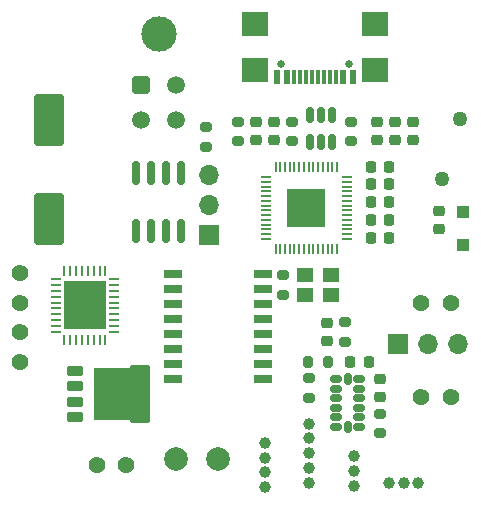
<source format=gbr>
%TF.GenerationSoftware,KiCad,Pcbnew,(6.0.7)*%
%TF.CreationDate,2022-09-21T11:21:43+02:00*%
%TF.ProjectId,CANpaca-EB-schematics,43414e70-6163-4612-9d45-422d73636865,rev?*%
%TF.SameCoordinates,Original*%
%TF.FileFunction,Soldermask,Top*%
%TF.FilePolarity,Negative*%
%FSLAX46Y46*%
G04 Gerber Fmt 4.6, Leading zero omitted, Abs format (unit mm)*
G04 Created by KiCad (PCBNEW (6.0.7)) date 2022-09-21 11:21:43*
%MOMM*%
%LPD*%
G01*
G04 APERTURE LIST*
G04 Aperture macros list*
%AMRoundRect*
0 Rectangle with rounded corners*
0 $1 Rounding radius*
0 $2 $3 $4 $5 $6 $7 $8 $9 X,Y pos of 4 corners*
0 Add a 4 corners polygon primitive as box body*
4,1,4,$2,$3,$4,$5,$6,$7,$8,$9,$2,$3,0*
0 Add four circle primitives for the rounded corners*
1,1,$1+$1,$2,$3*
1,1,$1+$1,$4,$5*
1,1,$1+$1,$6,$7*
1,1,$1+$1,$8,$9*
0 Add four rect primitives between the rounded corners*
20,1,$1+$1,$2,$3,$4,$5,0*
20,1,$1+$1,$4,$5,$6,$7,0*
20,1,$1+$1,$6,$7,$8,$9,0*
20,1,$1+$1,$8,$9,$2,$3,0*%
%AMFreePoly0*
4,1,21,3.024497,2.399497,3.045000,2.350000,3.045000,-2.350000,3.024497,-2.399497,2.975000,-2.420000,1.425000,-2.420000,1.375503,-2.399497,1.355000,-2.350000,1.355000,-2.170000,-1.650000,-2.170000,-1.699497,-2.149497,-1.720000,-2.100000,-1.720000,2.100000,-1.699497,2.149497,-1.650000,2.170000,1.355000,2.170000,1.355000,2.350000,1.375503,2.399497,1.425000,2.420000,2.975000,2.420000,
3.024497,2.399497,3.024497,2.399497,$1*%
G04 Aperture macros list end*
%ADD10RoundRect,0.050000X-0.387500X-0.050000X0.387500X-0.050000X0.387500X0.050000X-0.387500X0.050000X0*%
%ADD11RoundRect,0.050000X-0.050000X-0.387500X0.050000X-0.387500X0.050000X0.387500X-0.050000X0.387500X0*%
%ADD12R,3.200000X3.200000*%
%ADD13C,1.270000*%
%ADD14RoundRect,0.225000X0.225000X0.250000X-0.225000X0.250000X-0.225000X-0.250000X0.225000X-0.250000X0*%
%ADD15RoundRect,0.150000X0.325000X0.150000X-0.325000X0.150000X-0.325000X-0.150000X0.325000X-0.150000X0*%
%ADD16RoundRect,0.150000X0.150000X0.325000X-0.150000X0.325000X-0.150000X-0.325000X0.150000X-0.325000X0*%
%ADD17RoundRect,0.200000X0.275000X-0.200000X0.275000X0.200000X-0.275000X0.200000X-0.275000X-0.200000X0*%
%ADD18RoundRect,0.225000X-0.250000X0.225000X-0.250000X-0.225000X0.250000X-0.225000X0.250000X0.225000X0*%
%ADD19C,1.000000*%
%ADD20C,2.000000*%
%ADD21R,1.600000X0.760000*%
%ADD22R,1.100000X1.100000*%
%ADD23RoundRect,0.250000X-1.000000X1.950000X-1.000000X-1.950000X1.000000X-1.950000X1.000000X1.950000X0*%
%ADD24RoundRect,0.200000X-0.275000X0.200000X-0.275000X-0.200000X0.275000X-0.200000X0.275000X0.200000X0*%
%ADD25RoundRect,0.225000X0.250000X-0.225000X0.250000X0.225000X-0.250000X0.225000X-0.250000X-0.225000X0*%
%ADD26C,0.650000*%
%ADD27R,0.600000X1.150000*%
%ADD28R,0.300000X1.150000*%
%ADD29R,2.180000X2.000000*%
%ADD30RoundRect,0.150000X0.150000X-0.825000X0.150000X0.825000X-0.150000X0.825000X-0.150000X-0.825000X0*%
%ADD31C,1.425000*%
%ADD32RoundRect,0.150000X-0.150000X0.512500X-0.150000X-0.512500X0.150000X-0.512500X0.150000X0.512500X0*%
%ADD33R,1.400000X1.200000*%
%ADD34RoundRect,0.218750X0.218750X0.256250X-0.218750X0.256250X-0.218750X-0.256250X0.218750X-0.256250X0*%
%ADD35R,1.700000X1.700000*%
%ADD36O,1.700000X1.700000*%
%ADD37RoundRect,0.070000X-0.575000X0.350000X-0.575000X-0.350000X0.575000X-0.350000X0.575000X0.350000X0*%
%ADD38FreePoly0,0.000000*%
%ADD39RoundRect,0.062500X0.362500X0.062500X-0.362500X0.062500X-0.362500X-0.062500X0.362500X-0.062500X0*%
%ADD40RoundRect,0.062500X0.062500X0.362500X-0.062500X0.362500X-0.062500X-0.362500X0.062500X-0.362500X0*%
%ADD41R,3.600000X4.100000*%
%ADD42RoundRect,0.225000X-0.225000X-0.250000X0.225000X-0.250000X0.225000X0.250000X-0.225000X0.250000X0*%
%ADD43RoundRect,0.200000X0.200000X0.275000X-0.200000X0.275000X-0.200000X-0.275000X0.200000X-0.275000X0*%
%ADD44C,3.000000*%
%ADD45RoundRect,0.250001X-0.499999X-0.499999X0.499999X-0.499999X0.499999X0.499999X-0.499999X0.499999X0*%
%ADD46C,1.500000*%
G04 APERTURE END LIST*
D10*
%TO.C,U10*%
X97562500Y-48400000D03*
X97562500Y-48800000D03*
X97562500Y-49200000D03*
X97562500Y-49600000D03*
X97562500Y-50000000D03*
X97562500Y-50400000D03*
X97562500Y-50800000D03*
X97562500Y-51200000D03*
X97562500Y-51600000D03*
X97562500Y-52000000D03*
X97562500Y-52400000D03*
X97562500Y-52800000D03*
X97562500Y-53200000D03*
X97562500Y-53600000D03*
D11*
X98400000Y-54437500D03*
X98800000Y-54437500D03*
X99200000Y-54437500D03*
X99600000Y-54437500D03*
X100000000Y-54437500D03*
X100400000Y-54437500D03*
X100800000Y-54437500D03*
X101200000Y-54437500D03*
X101600000Y-54437500D03*
X102000000Y-54437500D03*
X102400000Y-54437500D03*
X102800000Y-54437500D03*
X103200000Y-54437500D03*
X103600000Y-54437500D03*
D10*
X104437500Y-53600000D03*
X104437500Y-53200000D03*
X104437500Y-52800000D03*
X104437500Y-52400000D03*
X104437500Y-52000000D03*
X104437500Y-51600000D03*
X104437500Y-51200000D03*
X104437500Y-50800000D03*
X104437500Y-50400000D03*
X104437500Y-50000000D03*
X104437500Y-49600000D03*
X104437500Y-49200000D03*
X104437500Y-48800000D03*
X104437500Y-48400000D03*
D11*
X103600000Y-47562500D03*
X103200000Y-47562500D03*
X102800000Y-47562500D03*
X102400000Y-47562500D03*
X102000000Y-47562500D03*
X101600000Y-47562500D03*
X101200000Y-47562500D03*
X100800000Y-47562500D03*
X100400000Y-47562500D03*
X100000000Y-47562500D03*
X99600000Y-47562500D03*
X99200000Y-47562500D03*
X98800000Y-47562500D03*
X98400000Y-47562500D03*
D12*
X101000000Y-51000000D03*
%TD*%
D13*
%TO.C,F1*%
X114050000Y-43450000D03*
X112450000Y-48550000D03*
%TD*%
D14*
%TO.C,C39*%
X108025000Y-50500000D03*
X106475000Y-50500000D03*
%TD*%
D15*
%TO.C,U11*%
X105500000Y-69500000D03*
X105500000Y-68700000D03*
X105500000Y-67900000D03*
X105500000Y-67100000D03*
X105500000Y-66300000D03*
X105500000Y-65500000D03*
D16*
X104500000Y-65500000D03*
D15*
X103500000Y-65500000D03*
X103500000Y-66300000D03*
X103500000Y-67100000D03*
X103500000Y-67900000D03*
X103500000Y-68700000D03*
X103500000Y-69500000D03*
D16*
X104500000Y-69500000D03*
%TD*%
D17*
%TO.C,R34*%
X101250000Y-67075000D03*
X101250000Y-65425000D03*
%TD*%
D18*
%TO.C,C35*%
X107000000Y-43725000D03*
X107000000Y-45275000D03*
%TD*%
D19*
%TO.C,J14*%
X101250000Y-69250000D03*
X101250000Y-70500000D03*
X101250000Y-71750000D03*
X101250000Y-73000000D03*
X101250000Y-74250000D03*
%TD*%
D20*
%TO.C,J6*%
X90000000Y-72250000D03*
X93500000Y-72250000D03*
%TD*%
D21*
%TO.C,SW1*%
X89690000Y-56555000D03*
X89690000Y-57825000D03*
X89690000Y-59095000D03*
X89690000Y-60365000D03*
X89690000Y-61635000D03*
X89690000Y-62905000D03*
X89690000Y-64175000D03*
X89690000Y-65445000D03*
X97310000Y-65445000D03*
X97310000Y-64175000D03*
X97310000Y-62905000D03*
X97310000Y-61635000D03*
X97310000Y-60365000D03*
X97310000Y-59095000D03*
X97310000Y-57825000D03*
X97310000Y-56555000D03*
%TD*%
D17*
%TO.C,R28*%
X99000000Y-58325000D03*
X99000000Y-56675000D03*
%TD*%
D22*
%TO.C,D5*%
X114250000Y-51350000D03*
X114250000Y-54150000D03*
%TD*%
D18*
%TO.C,C36*%
X108500000Y-43725000D03*
X108500000Y-45275000D03*
%TD*%
D23*
%TO.C,C12*%
X79250000Y-43550000D03*
X79250000Y-51950000D03*
%TD*%
D17*
%TO.C,R32*%
X107250000Y-70075000D03*
X107250000Y-68425000D03*
%TD*%
D24*
%TO.C,R16*%
X95250000Y-43675000D03*
X95250000Y-45325000D03*
%TD*%
D14*
%TO.C,C40*%
X108025000Y-52000000D03*
X106475000Y-52000000D03*
%TD*%
D19*
%TO.C,J16*%
X110500000Y-74250000D03*
X109250000Y-74250000D03*
X108000000Y-74250000D03*
%TD*%
%TO.C,J13*%
X105000000Y-72000000D03*
X105000000Y-73250000D03*
X105000000Y-74500000D03*
%TD*%
D24*
%TO.C,R29*%
X104250000Y-60675000D03*
X104250000Y-62325000D03*
%TD*%
D25*
%TO.C,C29*%
X98250000Y-45275000D03*
X98250000Y-43725000D03*
%TD*%
D26*
%TO.C,J9*%
X104640000Y-38812500D03*
X98860000Y-38812500D03*
D27*
X104950000Y-39887500D03*
X104150000Y-39887500D03*
D28*
X103000000Y-39887500D03*
X102000000Y-39887500D03*
X101500000Y-39887500D03*
X100500000Y-39887500D03*
D27*
X98550000Y-39887500D03*
X99350000Y-39887500D03*
D28*
X100000000Y-39887500D03*
X101000000Y-39887500D03*
X102500000Y-39887500D03*
X103500000Y-39887500D03*
D29*
X106860000Y-39312500D03*
X96640000Y-39312500D03*
X106860000Y-35382500D03*
X96640000Y-35382500D03*
%TD*%
D30*
%TO.C,U1*%
X86595000Y-52975000D03*
X87865000Y-52975000D03*
X89135000Y-52975000D03*
X90405000Y-52975000D03*
X90405000Y-48025000D03*
X89135000Y-48025000D03*
X87865000Y-48025000D03*
X86595000Y-48025000D03*
%TD*%
D31*
%TO.C,J5*%
X113250000Y-67000000D03*
X110750000Y-67000000D03*
%TD*%
D14*
%TO.C,C38*%
X108025000Y-49000000D03*
X106475000Y-49000000D03*
%TD*%
D32*
%TO.C,U7*%
X103200000Y-43112500D03*
X102250000Y-43112500D03*
X101300000Y-43112500D03*
X101300000Y-45387500D03*
X102250000Y-45387500D03*
X103200000Y-45387500D03*
%TD*%
D31*
%TO.C,J2*%
X113250000Y-59000000D03*
X110750000Y-59000000D03*
%TD*%
D33*
%TO.C,Y1*%
X103100000Y-56650000D03*
X100900000Y-56650000D03*
X100900000Y-58350000D03*
X103100000Y-58350000D03*
%TD*%
D25*
%TO.C,C51*%
X102750000Y-62275000D03*
X102750000Y-60725000D03*
%TD*%
D18*
%TO.C,C37*%
X110000000Y-43725000D03*
X110000000Y-45275000D03*
%TD*%
D34*
%TO.C,L4*%
X108037500Y-47500000D03*
X106462500Y-47500000D03*
%TD*%
D31*
%TO.C,J17*%
X83250000Y-72750000D03*
X85750000Y-72750000D03*
%TD*%
D25*
%TO.C,C20*%
X112250000Y-52775000D03*
X112250000Y-51225000D03*
%TD*%
D18*
%TO.C,C53*%
X107250000Y-65475000D03*
X107250000Y-67025000D03*
%TD*%
D14*
%TO.C,C41*%
X108025000Y-53500000D03*
X106475000Y-53500000D03*
%TD*%
D35*
%TO.C,J4*%
X108725000Y-62500000D03*
D36*
X111265000Y-62500000D03*
X113805000Y-62500000D03*
%TD*%
D17*
%TO.C,R3*%
X92500000Y-45825000D03*
X92500000Y-44175000D03*
%TD*%
D31*
%TO.C,J8*%
X76750000Y-56500000D03*
X76750000Y-59000000D03*
X76750000Y-61500000D03*
X76750000Y-64000000D03*
%TD*%
D37*
%TO.C,Q3*%
X81415000Y-64840000D03*
X81415000Y-66110000D03*
X81415000Y-67390000D03*
X81415000Y-68660000D03*
D38*
X84685000Y-66750000D03*
%TD*%
D19*
%TO.C,J12*%
X97500000Y-70875000D03*
X97500000Y-72125000D03*
X97500000Y-73375000D03*
X97500000Y-74625000D03*
%TD*%
D39*
%TO.C,U3*%
X84700000Y-61500000D03*
X84700000Y-61000000D03*
X84700000Y-60500000D03*
X84700000Y-60000000D03*
X84700000Y-59500000D03*
X84700000Y-59000000D03*
X84700000Y-58500000D03*
X84700000Y-58000000D03*
X84700000Y-57500000D03*
X84700000Y-57000000D03*
D40*
X84000000Y-56300000D03*
X83500000Y-56300000D03*
X83000000Y-56300000D03*
X82500000Y-56300000D03*
X82000000Y-56300000D03*
X81500000Y-56300000D03*
X81000000Y-56300000D03*
X80500000Y-56300000D03*
D39*
X79800000Y-57000000D03*
X79800000Y-57500000D03*
X79800000Y-58000000D03*
X79800000Y-58500000D03*
X79800000Y-59000000D03*
X79800000Y-59500000D03*
X79800000Y-60000000D03*
X79800000Y-60500000D03*
X79800000Y-61000000D03*
X79800000Y-61500000D03*
D40*
X80500000Y-62200000D03*
X81000000Y-62200000D03*
X81500000Y-62200000D03*
X82000000Y-62200000D03*
X82500000Y-62200000D03*
X83000000Y-62200000D03*
X83500000Y-62200000D03*
X84000000Y-62200000D03*
D41*
X82250000Y-59250000D03*
%TD*%
D35*
%TO.C,J11*%
X92750000Y-53275000D03*
D36*
X92750000Y-50735000D03*
X92750000Y-48195000D03*
%TD*%
D24*
%TO.C,R23*%
X99750000Y-43675000D03*
X99750000Y-45325000D03*
%TD*%
D42*
%TO.C,C54*%
X104725000Y-64000000D03*
X106275000Y-64000000D03*
%TD*%
D43*
%TO.C,R35*%
X102825000Y-64000000D03*
X101175000Y-64000000D03*
%TD*%
D18*
%TO.C,C27*%
X96750000Y-43725000D03*
X96750000Y-45275000D03*
%TD*%
D17*
%TO.C,R18*%
X104750000Y-45325000D03*
X104750000Y-43675000D03*
%TD*%
D44*
%TO.C,J7*%
X88500000Y-36265000D03*
D45*
X87000000Y-40585000D03*
D46*
X90000000Y-40585000D03*
X87000000Y-43585000D03*
X90000000Y-43585000D03*
%TD*%
M02*

</source>
